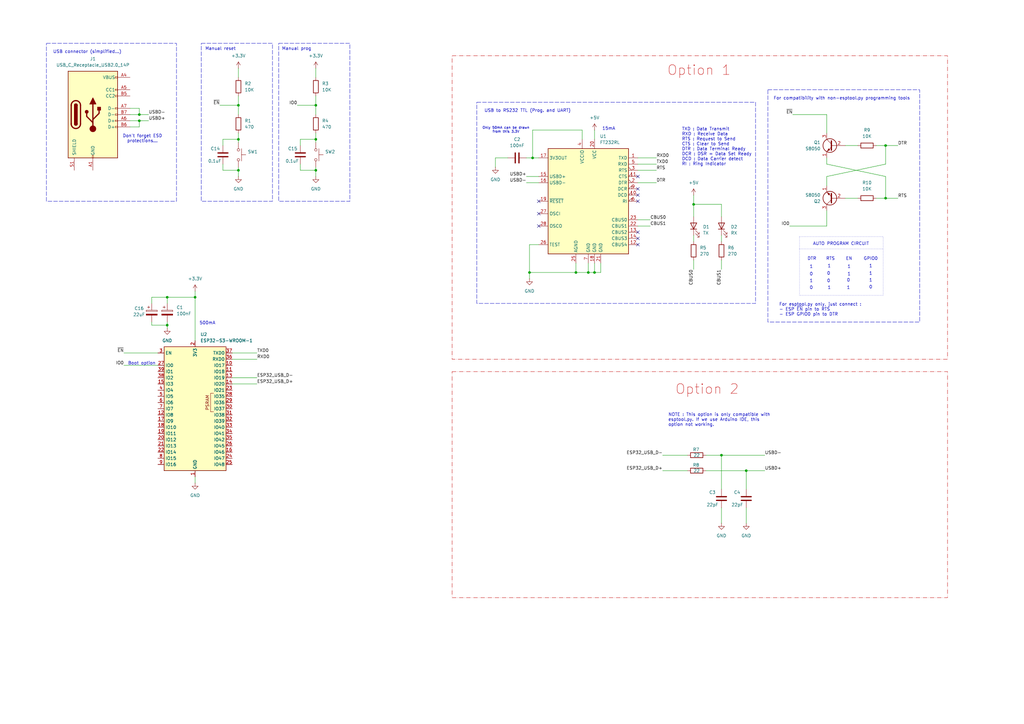
<source format=kicad_sch>
(kicad_sch (version 20231120) (generator "eeschema") (generator_version "8.0")
  (paper "A3")
  (title_block (title "ESP32 USB Programmation") (date "2024-07-21") (rev "1.0") (company "Cool Inc."))
  (lib_symbols
    (symbol "Connector:USB_C_Receptacle_USB2.0_14P" (pin_names (offset 1.016))
      (property "Reference" "J" (at 0 22.225 0))
      (property "Value" "USB_C_Receptacle_USB2.0_14P" (at 0 19.685 0))
      (symbol "USB_C_Receptacle_USB2.0_14P_0_0"
        (rectangle (start -0.254 -17.78) (end 0.254 -16.764))
        (rectangle (start 10.16 -4.826) (end 9.144 -5.334))
        (rectangle (start 10.16 -2.286) (end 9.144 -2.794))
        (rectangle (start 10.16 0.254) (end 9.144 -0.254))
        (rectangle (start 10.16 2.794) (end 9.144 2.286))
        (rectangle (start 10.16 7.874) (end 9.144 7.366))
        (rectangle (start 10.16 10.414) (end 9.144 9.906))
        (rectangle (start 10.16 15.494) (end 9.144 14.986))
      )
      (symbol "USB_C_Receptacle_USB2.0_14P_0_1"
        (rectangle (start -10.16 17.78) (end 10.16 -17.78) (stroke (width 0.254)) (fill (type background)))
        (arc (start -8.89 -3.81) (mid -6.985 -5.7067) (end -5.08 -3.81) (stroke (width 0.508)))
        (arc (start -7.62 -3.81) (mid -6.985 -4.4423) (end -6.35 -3.81) (stroke (width 0.254)))
        (arc (start -7.62 -3.81) (mid -6.985 -4.4423) (end -6.35 -3.81) (stroke (width 0.254)) (fill (type outline)))
        (rectangle (start -7.62 -3.81) (end -6.35 3.81) (stroke (width 0.254)) (fill (type outline)))
        (arc (start -6.35 3.81) (mid -6.985 4.4423) (end -7.62 3.81) (stroke (width 0.254)))
        (arc (start -6.35 3.81) (mid -6.985 4.4423) (end -7.62 3.81) (stroke (width 0.254)) (fill (type outline)))
        (arc (start -5.08 3.81) (mid -6.985 5.7067) (end -8.89 3.81) (stroke (width 0.508)))
        (circle (center -2.54 1.143) (radius 0.635) (stroke (width 0.254)) (fill (type outline)))
        (circle (center 0 -5.842) (radius 1.27) (fill (type outline)))
        (polyline (pts (xy -8.89 -3.81) (xy -8.89 3.81)) (stroke (width 0.508)))
        (polyline (pts (xy -5.08 3.81) (xy -5.08 -3.81)) (stroke (width 0.508)))
        (polyline (pts (xy 0 -5.842) (xy 0 4.318)) (stroke (width 0.508)))
        (polyline (pts (xy 0 -3.302) (xy -2.54 -0.762) (xy -2.54 0.508)) (stroke (width 0.508)))
        (polyline (pts (xy 0 -2.032) (xy 2.54 0.508) (xy 2.54 1.778)) (stroke (width 0.508)))
        (polyline (pts (xy -1.27 4.318) (xy 0 6.858) (xy 1.27 4.318) (xy -1.27 4.318)) (stroke (width 0.254)) (fill (type outline)))
        (rectangle (start 1.905 1.778) (end 3.175 3.048) (stroke (width 0.254)) (fill (type outline)))
      )
      (symbol "USB_C_Receptacle_USB2.0_14P_1_1"
        (pin passive line (at 0 -22.86 90) (length 5.08) (name "GND") (number "A1"))
        (pin passive line (at 0 -22.86 90) (length 5.08) hide (name "GND") (number "A12"))
        (pin passive line (at 15.24 15.24 180) (length 5.08) (name "VBUS") (number "A4"))
        (pin bidirectional line (at 15.24 10.16 180) (length 5.08) (name "CC1") (number "A5"))
        (pin bidirectional line (at 15.24 -2.54 180) (length 5.08) (name "D+") (number "A6"))
        (pin bidirectional line (at 15.24 2.54 180) (length 5.08) (name "D-") (number "A7"))
        (pin passive line (at 15.24 15.24 180) (length 5.08) hide (name "VBUS") (number "A9"))
        (pin passive line (at 0 -22.86 90) (length 5.08) hide (name "GND") (number "B1"))
        (pin passive line (at 0 -22.86 90) (length 5.08) hide (name "GND") (number "B12"))
        (pin passive line (at 15.24 15.24 180) (length 5.08) hide (name "VBUS") (number "B4"))
        (pin bidirectional line (at 15.24 7.62 180) (length 5.08) (name "CC2") (number "B5"))
        (pin bidirectional line (at 15.24 -5.08 180) (length 5.08) (name "D+") (number "B6"))
        (pin bidirectional line (at 15.24 0 180) (length 5.08) (name "D-") (number "B7"))
        (pin passive line (at 15.24 15.24 180) (length 5.08) hide (name "VBUS") (number "B9"))
        (pin passive line (at -7.62 -22.86 90) (length 5.08) (name "SHIELD") (number "S1"))
      )
    )
    (symbol "Device:C" (pin_numbers hide) (pin_names (offset 0.254))
      (property "Reference" "C" (at 0.635 2.54 0))
      (property "Value" "C" (at 0.635 -2.54 0))
      (symbol "C_0_1"
        (polyline (pts (xy -2.032 -0.762) (xy 2.032 -0.762)) (stroke (width 0.508)))
        (polyline (pts (xy -2.032 0.762) (xy 2.032 0.762)) (stroke (width 0.508)))
      )
      (symbol "C_1_1"
        (pin passive line (at 0 3.81 270) (length 2.794) (name "~") (number "1"))
        (pin passive line (at 0 -3.81 90) (length 2.794) (name "~") (number "2"))
      )
    )
    (symbol "Device:C_Polarized" (pin_numbers hide) (pin_names (offset 0.254))
      (property "Reference" "C" (at 0.635 2.54 0))
      (property "Value" "C_Polarized" (at 0.635 -2.54 0))
      (symbol "C_Polarized_0_1"
        (rectangle (start -2.286 0.508) (end 2.286 1.016))
        (polyline (pts (xy -1.778 2.286) (xy -0.762 2.286)))
        (polyline (pts (xy -1.27 2.794) (xy -1.27 1.778)))
        (rectangle (start 2.286 -0.508) (end -2.286 -1.016) (fill (type outline)))
      )
      (symbol "C_Polarized_1_1"
        (pin passive line (at 0 3.81 270) (length 2.794) (name "~") (number "1"))
        (pin passive line (at 0 -3.81 90) (length 2.794) (name "~") (number "2"))
      )
    )
    (symbol "Device:LED" (pin_numbers hide) (pin_names (offset 1.016) hide)
      (property "Reference" "D" (at 0 2.54 0))
      (property "Value" "LED" (at 0 -2.54 0))
      (symbol "LED_0_1"
        (polyline (pts (xy -1.27 -1.27) (xy -1.27 1.27)) (stroke (width 0.254)))
        (polyline (pts (xy -1.27 0) (xy 1.27 0)))
        (polyline (pts (xy 1.27 -1.27) (xy 1.27 1.27) (xy -1.27 0) (xy 1.27 -1.27)) (stroke (width 0.254)))
        (polyline (pts (xy -3.048 -0.762) (xy -4.572 -2.286) (xy -3.81 -2.286) (xy -4.572 -2.286) (xy -4.572 -1.524)))
        (polyline (pts (xy -1.778 -0.762) (xy -3.302 -2.286) (xy -2.54 -2.286) (xy -3.302 -2.286) (xy -3.302 -1.524)))
      )
      (symbol "LED_1_1"
        (pin passive line (at -3.81 0 0) (length 2.54) (name "K") (number "1"))
        (pin passive line (at 3.81 0 180) (length 2.54) (name "A") (number "2"))
      )
    )
    (symbol "Device:R" (pin_numbers hide) (pin_names (offset 0))
      (property "Reference" "R" (at 2.032 0 90))
      (property "Value" "R" (at 0 0 90))
      (symbol "R_0_1"
        (rectangle (start -1.016 -2.54) (end 1.016 2.54) (stroke (width 0.254)))
      )
      (symbol "R_1_1"
        (pin passive line (at 0 3.81 270) (length 1.27) (name "~") (number "1"))
        (pin passive line (at 0 -3.81 90) (length 1.27) (name "~") (number "2"))
      )
    )
    (symbol "Interface_USB:FT232RL"
      (property "Reference" "U" (at -16.51 22.86 0))
      (property "Value" "FT232RL" (at 10.16 22.86 0))
      (symbol "FT232RL_0_1"
        (rectangle (start -16.51 21.59) (end 16.51 -21.59) (stroke (width 0.254)) (fill (type background)))
      )
      (symbol "FT232RL_1_1"
        (pin output line (at 20.32 17.78 180) (length 3.81) (name "TXD") (number "1"))
        (pin input input_low (at 20.32 2.54 180) (length 3.81) (name "DCD") (number "10"))
        (pin input input_low (at 20.32 10.16 180) (length 3.81) (name "CTS") (number "11"))
        (pin bidirectional line (at 20.32 -17.78 180) (length 3.81) (name "CBUS4") (number "12"))
        (pin bidirectional line (at 20.32 -12.7 180) (length 3.81) (name "CBUS2") (number "13"))
        (pin bidirectional line (at 20.32 -15.24 180) (length 3.81) (name "CBUS3") (number "14"))
        (pin bidirectional line (at -20.32 10.16 0) (length 3.81) (name "USBD+") (number "15"))
        (pin bidirectional line (at -20.32 7.62 0) (length 3.81) (name "USBD-") (number "16"))
        (pin power_out line (at -20.32 17.78 0) (length 3.81) (name "3V3OUT") (number "17"))
        (pin power_in line (at 2.54 -25.4 90) (length 3.81) (name "GND") (number "18"))
        (pin input line (at -20.32 0 0) (length 3.81) (name "~{RESET}") (number "19"))
        (pin output output_low (at 20.32 7.62 180) (length 3.81) (name "DTR") (number "2"))
        (pin power_in line (at 2.54 25.4 270) (length 3.81) (name "VCC") (number "20"))
        (pin power_in line (at 5.08 -25.4 90) (length 3.81) (name "GND") (number "21"))
        (pin bidirectional line (at 20.32 -10.16 180) (length 3.81) (name "CBUS1") (number "22"))
        (pin bidirectional line (at 20.32 -7.62 180) (length 3.81) (name "CBUS0") (number "23"))
        (pin power_in line (at -5.08 -25.4 90) (length 3.81) (name "AGND") (number "25"))
        (pin input line (at -20.32 -17.78 0) (length 3.81) (name "TEST") (number "26"))
        (pin input line (at -20.32 -5.08 0) (length 3.81) (name "OSCI") (number "27"))
        (pin output line (at -20.32 -10.16 0) (length 3.81) (name "OSCO") (number "28"))
        (pin output output_low (at 20.32 12.7 180) (length 3.81) (name "RTS") (number "3"))
        (pin power_in line (at -2.54 25.4 270) (length 3.81) (name "VCCIO") (number "4"))
        (pin input line (at 20.32 15.24 180) (length 3.81) (name "RXD") (number "5"))
        (pin input input_low (at 20.32 0 180) (length 3.81) (name "RI") (number "6"))
        (pin power_in line (at 0 -25.4 90) (length 3.81) (name "GND") (number "7"))
        (pin input input_low (at 20.32 5.08 180) (length 3.81) (name "DCR") (number "9"))
      )
    )
    (symbol "RF_Module:ESP32-S3-WROOM-1"
      (property "Reference" "U" (at -12.7 26.67 0))
      (property "Value" "ESP32-S3-WROOM-1" (at 12.7 26.67 0))
      (symbol "ESP32-S3-WROOM-1_0_0"
        (rectangle (start -12.7 25.4) (end 12.7 -25.4) (stroke (width 0.254)) (fill (type background)))
        (text "PSRAM" (at 5.08 2.54 900) (effects (font (size 1.27 1.27))))
      )
      (symbol "ESP32-S3-WROOM-1_0_1"
        (polyline (pts (xy 7.62 -1.27) (xy 6.35 -1.27) (xy 6.35 6.35) (xy 7.62 6.35)))
      )
      (symbol "ESP32-S3-WROOM-1_1_1"
        (pin power_in line (at 0 -27.94 90) (length 2.54) (name "GND") (number "1"))
        (pin bidirectional line (at 15.24 17.78 180) (length 2.54) (name "IO17") (number "10"))
        (pin bidirectional line (at 15.24 15.24 180) (length 2.54) (name "IO18") (number "11"))
        (pin bidirectional line (at -15.24 -2.54 0) (length 2.54) (name "IO8") (number "12"))
        (pin bidirectional line (at 15.24 12.7 180) (length 2.54) (name "IO19") (number "13"))
        (pin bidirectional line (at 15.24 10.16 180) (length 2.54) (name "IO20") (number "14"))
        (pin bidirectional line (at -15.24 10.16 0) (length 2.54) (name "IO3") (number "15"))
        (pin bidirectional line (at 15.24 -17.78 180) (length 2.54) (name "IO46") (number "16"))
        (pin bidirectional line (at -15.24 -5.08 0) (length 2.54) (name "IO9") (number "17"))
        (pin bidirectional line (at -15.24 -7.62 0) (length 2.54) (name "IO10") (number "18"))
        (pin bidirectional line (at -15.24 -10.16 0) (length 2.54) (name "IO11") (number "19"))
        (pin power_in line (at 0 27.94 270) (length 2.54) (name "3V3") (number "2"))
        (pin bidirectional line (at -15.24 -12.7 0) (length 2.54) (name "IO12") (number "20"))
        (pin bidirectional line (at -15.24 -15.24 0) (length 2.54) (name "IO13") (number "21"))
        (pin bidirectional line (at -15.24 -17.78 0) (length 2.54) (name "IO14") (number "22"))
        (pin bidirectional line (at 15.24 7.62 180) (length 2.54) (name "IO21") (number "23"))
        (pin bidirectional line (at 15.24 -20.32 180) (length 2.54) (name "IO47") (number "24"))
        (pin bidirectional line (at 15.24 -22.86 180) (length 2.54) (name "IO48") (number "25"))
        (pin bidirectional line (at 15.24 -15.24 180) (length 2.54) (name "IO45") (number "26"))
        (pin bidirectional line (at -15.24 17.78 0) (length 2.54) (name "IO0") (number "27"))
        (pin bidirectional line (at 15.24 5.08 180) (length 2.54) (name "IO35") (number "28"))
        (pin bidirectional line (at 15.24 2.54 180) (length 2.54) (name "IO36") (number "29"))
        (pin input line (at -15.24 22.86 0) (length 2.54) (name "EN") (number "3"))
        (pin bidirectional line (at 15.24 0 180) (length 2.54) (name "IO37") (number "30"))
        (pin bidirectional line (at 15.24 -2.54 180) (length 2.54) (name "IO38") (number "31"))
        (pin bidirectional line (at 15.24 -5.08 180) (length 2.54) (name "IO39") (number "32"))
        (pin bidirectional line (at 15.24 -7.62 180) (length 2.54) (name "IO40") (number "33"))
        (pin bidirectional line (at 15.24 -10.16 180) (length 2.54) (name "IO41") (number "34"))
        (pin bidirectional line (at 15.24 -12.7 180) (length 2.54) (name "IO42") (number "35"))
        (pin bidirectional line (at 15.24 20.32 180) (length 2.54) (name "RXD0") (number "36"))
        (pin bidirectional line (at 15.24 22.86 180) (length 2.54) (name "TXD0") (number "37"))
        (pin bidirectional line (at -15.24 12.7 0) (length 2.54) (name "IO2") (number "38"))
        (pin bidirectional line (at -15.24 15.24 0) (length 2.54) (name "IO1") (number "39"))
        (pin bidirectional line (at -15.24 7.62 0) (length 2.54) (name "IO4") (number "4"))
        (pin passive line (at 0 -27.94 90) (length 2.54) hide (name "GND") (number "40"))
        (pin passive line (at 0 -27.94 90) (length 2.54) hide (name "GND") (number "41"))
        (pin bidirectional line (at -15.24 5.08 0) (length 2.54) (name "IO5") (number "5"))
        (pin bidirectional line (at -15.24 2.54 0) (length 2.54) (name "IO6") (number "6"))
        (pin bidirectional line (at -15.24 0 0) (length 2.54) (name "IO7") (number "7"))
        (pin bidirectional line (at -15.24 -20.32 0) (length 2.54) (name "IO15") (number "8"))
        (pin bidirectional line (at -15.24 -22.86 0) (length 2.54) (name "IO16") (number "9"))
      )
    )
    (symbol "Switch:SW_Push" (pin_numbers hide) (pin_names (offset 1.016) hide)
      (property "Reference" "SW" (at 1.27 2.54 0))
      (property "Value" "SW_Push" (at 0 -1.524 0))
      (symbol "SW_Push_0_1"
        (circle (center -2.032 0) (radius 0.508))
        (polyline (pts (xy 0 1.27) (xy 0 3.048)))
        (polyline (pts (xy 2.54 1.27) (xy -2.54 1.27)))
        (circle (center 2.032 0) (radius 0.508))
        (pin passive line (at -5.08 0 0) (length 2.54) (name "1") (number "1"))
        (pin passive line (at 5.08 0 180) (length 2.54) (name "2") (number "2"))
      )
    )
    (symbol "Transistor_BJT:S8050" (pin_names (offset 0) hide)
      (property "Reference" "Q" (at 5.08 1.905 0))
      (property "Value" "S8050" (at 5.08 0 0))
      (symbol "S8050_0_1"
        (polyline (pts (xy 0 0) (xy 0.635 0)))
        (polyline (pts (xy 0.635 0.635) (xy 2.54 2.54)))
        (polyline (pts (xy 0.635 -0.635) (xy 2.54 -2.54) (xy 2.54 -2.54)))
        (polyline (pts (xy 0.635 1.905) (xy 0.635 -1.905) (xy 0.635 -1.905)) (stroke (width 0.508)))
        (polyline (pts (xy 1.27 -1.778) (xy 1.778 -1.27) (xy 2.286 -2.286) (xy 1.27 -1.778) (xy 1.27 -1.778)) (fill (type outline)))
        (circle (center 1.27 0) (radius 2.8194) (stroke (width 0.254)))
      )
      (symbol "S8050_1_1"
        (pin passive line (at 2.54 -5.08 90) (length 2.54) (name "E") (number "1"))
        (pin input line (at -5.08 0 0) (length 5.08) (name "B") (number "2"))
        (pin passive line (at 2.54 5.08 270) (length 2.54) (name "C") (number "3"))
      )
    )
    (symbol "power:+3.3V" (power) (pin_numbers hide) (pin_names (offset 0) hide)
      (property "Value" "+3.3V" (at 0 3.556 0))
      (symbol "+3.3V_0_1"
        (polyline (pts (xy -0.762 1.27) (xy 0 2.54)))
        (polyline (pts (xy 0 0) (xy 0 2.54)))
        (polyline (pts (xy 0 2.54) (xy 0.762 1.27)))
      )
      (symbol "+3.3V_1_1"
        (pin power_in line (at 0 0 90) (length 0) (name "~") (number "1"))
      )
    )
    (symbol "power:+5V" (power) (pin_numbers hide) (pin_names (offset 0) hide)
      (property "Value" "+5V" (at 0 3.556 0))
      (symbol "+5V_0_1"
        (polyline (pts (xy -0.762 1.27) (xy 0 2.54)))
        (polyline (pts (xy 0 0) (xy 0 2.54)))
        (polyline (pts (xy 0 2.54) (xy 0.762 1.27)))
      )
      (symbol "+5V_1_1"
        (pin power_in line (at 0 0 90) (length 0) (name "~") (number "1"))
      )
    )
    (symbol "power:GND" (power) (pin_numbers hide) (pin_names (offset 0) hide)
      (property "Value" "GND" (at 0 -3.81 0))
      (symbol "GND_0_1"
        (polyline (pts (xy 0 0) (xy 0 -1.27) (xy 1.27 -1.27) (xy 0 -2.54) (xy -1.27 -1.27) (xy 0 -1.27)))
      )
      (symbol "GND_1_1"
        (pin power_in line (at 0 0 270) (length 0) (name "~") (number "1"))
      )
    )
  )
  (junction (at 129.54 57.15))
  (junction (at 218.44 64.77))
  (junction (at 306.07 193.04))
  (junction (at 97.79 43.18))
  (junction (at 236.22 111.76))
  (junction (at 363.22 59.69))
  (junction (at 57.15 46.99))
  (junction (at 243.84 111.76))
  (junction (at 284.48 83.82))
  (junction (at 129.54 69.85))
  (junction (at 295.91 186.69))
  (junction (at 68.58 121.92))
  (junction (at 217.17 111.76))
  (junction (at 97.79 69.85))
  (junction (at 68.58 133.35))
  (junction (at 80.01 121.92))
  (junction (at 363.22 81.28))
  (junction (at 97.79 57.15))
  (junction (at 241.3 111.76))
  (junction (at 57.15 49.53))
  (junction (at 129.54 43.18))
  (no_connect (at 220.98 92.71))
  (no_connect (at 261.62 77.47))
  (no_connect (at 261.62 95.25))
  (no_connect (at 261.62 80.01))
  (no_connect (at 261.62 97.79))
  (no_connect (at 220.98 82.55))
  (no_connect (at 261.62 82.55))
  (no_connect (at 220.98 87.63))
  (no_connect (at 261.62 100.33))
  (no_connect (at 261.62 72.39))
  (wire (pts (xy 129.54 39.37) (xy 129.54 43.18)))
  (wire (pts (xy 243.84 53.34) (xy 243.84 57.15)))
  (wire (pts (xy 218.44 64.77) (xy 220.98 64.77)))
  (wire (pts (xy 289.56 193.04) (xy 306.07 193.04)))
  (wire (pts (xy 97.79 68.58) (xy 97.79 69.85)))
  (wire (pts (xy 261.62 90.17) (xy 266.7 90.17)))
  (wire (pts (xy 325.12 46.99) (xy 339.09 46.99)))
  (wire (pts (xy 97.79 27.94) (xy 97.79 31.75)))
  (wire (pts (xy 284.48 83.82) (xy 284.48 88.9)))
  (wire (pts (xy 346.71 59.69) (xy 351.79 59.69)))
  (wire (pts (xy 295.91 88.9) (xy 295.91 83.82)))
  (wire (pts (xy 295.91 208.28) (xy 295.91 214.63)))
  (wire (pts (xy 359.41 59.69) (xy 363.22 59.69)))
  (wire (pts (xy 243.84 107.95) (xy 243.84 111.76)))
  (wire (pts (xy 68.58 133.35) (xy 68.58 134.62)))
  (wire (pts (xy 97.79 39.37) (xy 97.79 43.18)))
  (wire (pts (xy 284.48 80.01) (xy 284.48 83.82)))
  (wire (pts (xy 91.44 69.85) (xy 97.79 69.85)))
  (wire (pts (xy 261.62 67.31) (xy 269.24 67.31)))
  (wire (pts (xy 323.85 92.71) (xy 339.09 92.71)))
  (wire (pts (xy 246.38 107.95) (xy 246.38 111.76)))
  (wire (pts (xy 90.17 43.18) (xy 97.79 43.18)))
  (wire (pts (xy 57.15 49.53) (xy 60.96 49.53)))
  (wire (pts (xy 53.34 46.99) (xy 57.15 46.99)))
  (wire (pts (xy 80.01 119.38) (xy 80.01 121.92)))
  (wire (pts (xy 363.22 72.39) (xy 363.22 81.28)))
  (wire (pts (xy 306.07 208.28) (xy 306.07 214.63)))
  (wire (pts (xy 295.91 83.82) (xy 284.48 83.82)))
  (wire (pts (xy 91.44 59.69) (xy 91.44 57.15)))
  (wire (pts (xy 57.15 44.45) (xy 57.15 46.99)))
  (wire (pts (xy 129.54 27.94) (xy 129.54 31.75)))
  (wire (pts (xy 95.25 147.32) (xy 105.41 147.32)))
  (wire (pts (xy 62.23 124.46) (xy 62.23 121.92)))
  (wire (pts (xy 53.34 44.45) (xy 57.15 44.45)))
  (wire (pts (xy 306.07 193.04) (xy 313.69 193.04)))
  (wire (pts (xy 129.54 43.18) (xy 129.54 46.99)))
  (wire (pts (xy 95.25 144.78) (xy 105.41 144.78)))
  (wire (pts (xy 241.3 111.76) (xy 236.22 111.76)))
  (wire (pts (xy 123.19 67.31) (xy 123.19 69.85)))
  (wire (pts (xy 339.09 92.71) (xy 339.09 86.36)))
  (wire (pts (xy 215.9 64.77) (xy 218.44 64.77)))
  (wire (pts (xy 261.62 74.93) (xy 269.24 74.93)))
  (wire (pts (xy 289.56 186.69) (xy 295.91 186.69)))
  (wire (pts (xy 217.17 111.76) (xy 217.17 114.3)))
  (wire (pts (xy 97.79 57.15) (xy 97.79 58.42)))
  (wire (pts (xy 62.23 133.35) (xy 68.58 133.35)))
  (wire (pts (xy 363.22 59.69) (xy 368.3 59.69)))
  (wire (pts (xy 359.41 81.28) (xy 363.22 81.28)))
  (wire (pts (xy 53.34 52.07) (xy 57.15 52.07)))
  (wire (pts (xy 339.09 46.99) (xy 339.09 54.61)))
  (wire (pts (xy 339.09 76.2) (xy 339.09 72.39)))
  (wire (pts (xy 95.25 154.94) (xy 105.41 154.94)))
  (wire (pts (xy 62.23 121.92) (xy 68.58 121.92)))
  (wire (pts (xy 50.8 149.86) (xy 64.77 149.86)))
  (wire (pts (xy 238.76 53.34) (xy 218.44 53.34)))
  (wire (pts (xy 57.15 46.99) (xy 60.96 46.99)))
  (wire (pts (xy 217.17 100.33) (xy 217.17 111.76)))
  (wire (pts (xy 261.62 69.85) (xy 269.24 69.85)))
  (wire (pts (xy 363.22 81.28) (xy 368.3 81.28)))
  (wire (pts (xy 363.22 67.31) (xy 363.22 59.69)))
  (wire (pts (xy 215.9 72.39) (xy 220.98 72.39)))
  (wire (pts (xy 284.48 106.68) (xy 284.48 110.49)))
  (wire (pts (xy 271.78 193.04) (xy 281.94 193.04)))
  (wire (pts (xy 346.71 81.28) (xy 351.79 81.28)))
  (wire (pts (xy 243.84 111.76) (xy 241.3 111.76)))
  (wire (pts (xy 271.78 186.69) (xy 281.94 186.69)))
  (wire (pts (xy 95.25 157.48) (xy 105.41 157.48)))
  (wire (pts (xy 68.58 132.08) (xy 68.58 133.35)))
  (wire (pts (xy 129.54 57.15) (xy 129.54 58.42)))
  (wire (pts (xy 50.8 144.78) (xy 64.77 144.78)))
  (wire (pts (xy 123.19 69.85) (xy 129.54 69.85)))
  (wire (pts (xy 97.79 43.18) (xy 97.79 46.99)))
  (wire (pts (xy 284.48 96.52) (xy 284.48 99.06)))
  (wire (pts (xy 295.91 96.52) (xy 295.91 99.06)))
  (wire (pts (xy 220.98 100.33) (xy 217.17 100.33)))
  (wire (pts (xy 295.91 186.69) (xy 295.91 200.66)))
  (wire (pts (xy 123.19 59.69) (xy 123.19 57.15)))
  (wire (pts (xy 238.76 53.34) (xy 238.76 57.15)))
  (wire (pts (xy 91.44 57.15) (xy 97.79 57.15)))
  (wire (pts (xy 97.79 54.61) (xy 97.79 57.15)))
  (wire (pts (xy 339.09 67.31) (xy 363.22 72.39)))
  (wire (pts (xy 261.62 64.77) (xy 269.24 64.77)))
  (wire (pts (xy 306.07 193.04) (xy 306.07 200.66)))
  (polyline (pts (xy 327.914 102.108) (xy 362.204 102.108)) (stroke (width 0) (type dot)))
  (wire (pts (xy 203.2 64.77) (xy 203.2 68.58)))
  (wire (pts (xy 80.01 121.92) (xy 80.01 139.7)))
  (wire (pts (xy 295.91 186.69) (xy 313.69 186.69)))
  (wire (pts (xy 62.23 132.08) (xy 62.23 133.35)))
  (wire (pts (xy 295.91 106.68) (xy 295.91 110.49)))
  (wire (pts (xy 91.44 67.31) (xy 91.44 69.85)))
  (wire (pts (xy 208.28 64.77) (xy 203.2 64.77)))
  (wire (pts (xy 218.44 53.34) (xy 218.44 64.77)))
  (wire (pts (xy 236.22 107.95) (xy 236.22 111.76)))
  (wire (pts (xy 339.09 72.39) (xy 363.22 67.31)))
  (wire (pts (xy 68.58 124.46) (xy 68.58 121.92)))
  (wire (pts (xy 129.54 54.61) (xy 129.54 57.15)))
  (wire (pts (xy 57.15 52.07) (xy 57.15 49.53)))
  (wire (pts (xy 246.38 111.76) (xy 243.84 111.76)))
  (wire (pts (xy 68.58 121.92) (xy 80.01 121.92)))
  (wire (pts (xy 129.54 68.58) (xy 129.54 69.85)))
  (wire (pts (xy 241.3 107.95) (xy 241.3 111.76)))
  (wire (pts (xy 215.9 74.93) (xy 220.98 74.93)))
  (wire (pts (xy 129.54 69.85) (xy 129.54 72.39)))
  (wire (pts (xy 53.34 49.53) (xy 57.15 49.53)))
  (wire (pts (xy 121.92 43.18) (xy 129.54 43.18)))
  (wire (pts (xy 123.19 57.15) (xy 129.54 57.15)))
  (wire (pts (xy 261.62 92.71) (xy 266.7 92.71)))
  (wire (pts (xy 80.01 195.58) (xy 80.01 198.12)))
  (wire (pts (xy 236.22 111.76) (xy 217.17 111.76)))
  (wire (pts (xy 97.79 69.85) (xy 97.79 72.39)))
  (wire (pts (xy 339.09 64.77) (xy 339.09 67.31)))
  (rectangle (start 185.42 22.86) (end 388.62 147.32) (stroke (width 0) (type dash_dot) (color 194 0 0 1)))
  (rectangle (start 314.96 36.83) (end 377.19 132.08) (stroke (width 0) (type dash)))
  (rectangle (start 195.58 41.91) (end 309.88 124.46) (stroke (width 0) (type dash)))
  (rectangle (start 185.42 152.4) (end 388.62 245.11) (stroke (width 0) (type dash_dot) (color 194 0 0 1)))
  (rectangle (start 327.914 97.028) (end 362.204 121.158) (stroke (width 0) (type dot)))
  (rectangle (start 19.05 17.78) (end 72.39 82.55) (stroke (width 0) (type dash)))
  (rectangle (start 114.3 17.78) (end 143.51 82.55) (stroke (width 0) (type dash)))
  (rectangle (start 82.55 17.78) (end 111.76 82.55) (stroke (width 0) (type dash)))
  (text "1" (at 357.124 112.268 0) (effects (font (size 1.27 1.27))))
  (text "NOTE : This option is only compatible with\nesptool.py. If we use Arduino IDE, this\noption not working." (at 274.066 172.212 0) (effects (font (size 1.27 1.27)) (justify left)))
  (text "Only 50mA can be drawn\nfrom this 3.3V" (at 207.518 53.34 0) (effects (font (size 1 1))))
  (text "0" (at 332.74 118.11 0) (effects (font (size 1.27 1.27))))
  (text "Boot option" (at 58.166 149.098 0) (effects (font (size 1.27 1.27))))
  (text "0" (at 339.852 112.268 0) (effects (font (size 1.27 1.27))))
  (text "1" (at 332.74 115.316 0) (effects (font (size 1.27 1.27))))
  (text "0" (at 347.98 115.062 0) (effects (font (size 1.27 1.27))))
  (text "For esptool.py only, just connect :\n- ESP ~{EN} pin to RTS\n- ESP GPIO0 pin to DTR" (at 319.532 127 0) (effects (font (size 1.27 1.27)) (justify left)))
  (text "Manual prog" (at 121.666 20.066 0) (effects (font (size 1.27 1.27))))
  (text "DTR" (at 332.994 106.172 0) (effects (font (size 1.27 1.27))))
  (text "1" (at 357.124 115.062 0) (effects (font (size 1.27 1.27))))
  (text "RTS" (at 340.614 106.172 0) (effects (font (size 1.27 1.27))))
  (text "Don't forget ESD\nprotections..." (at 58.42 56.896 0) (effects (font (size 1.27 1.27))))
  (text "1" (at 340.106 118.11 0) (effects (font (size 1.27 1.27))))
  (text "USB to RS232 TTL (Prog. and UART)" (at 198.628 45.466 0) (effects (font (size 1.27 1.27)) (justify left)))
  (text "1" (at 347.98 118.11 0) (effects (font (size 1.27 1.27))))
  (text "15mA" (at 249.682 52.832 0) (effects (font (size 1.27 1.27))))
  (text "0" (at 357.124 117.856 0) (effects (font (size 1.27 1.27))))
  (text "1" (at 357.124 109.22 0) (effects (font (size 1.27 1.27))))
  (text "Option 2" (at 276.86 159.766 0) (effects (font (size 4 4)) (justify left)))
  (text "AUTO PROGRAM CIRCUIT" (at 344.932 100.076 0) (effects (font (size 1.27 1.27))))
  (text "EN" (at 348.234 106.172 0) (effects (font (size 1.27 1.27))))
  (text "Option 1" (at 273.558 28.956 0) (effects (font (size 4 4)) (justify left)))
  (text "1" (at 348.234 112.522 0) (effects (font (size 1.27 1.27))))
  (text "0" (at 339.852 115.316 0) (effects (font (size 1.27 1.27))))
  (text "1" (at 340.106 109.22 0) (effects (font (size 1.27 1.27))))
  (text "TXD : Data Transmit\nRXD : Receive Data\nRTS : Request to Send\nCTS : Clear to Send\nDTR : Data Terminal Ready\nDCR : DSR = Data Set Ready\nDCD : Data Carrier detect\nRI : Ring Indicator" (at 279.654 60.198 0) (effects (font (size 1.27 1.27)) (justify left)))
  (text "500mA" (at 85.09 132.588 0) (effects (font (size 1.27 1.27))))
  (text "1" (at 348.234 109.474 0) (effects (font (size 1.27 1.27))))
  (text "0" (at 332.74 112.522 0) (effects (font (size 1.27 1.27))))
  (text "GPIO0" (at 357.124 106.172 0) (effects (font (size 1.27 1.27))))
  (text "For compatibility with non-esptool.py programming tools" (at 317.246 40.386 0) (effects (font (size 1.27 1.27)) (justify left)))
  (text "Manual reset" (at 90.424 20.066 0) (effects (font (size 1.27 1.27))))
  (text "USB connector (simplified...)" (at 35.814 21.336 0) (effects (font (size 1.27 1.27))))
  (text "1" (at 332.74 109.474 0) (effects (font (size 1.27 1.27))))
  (label "USBD+" (at 215.9 72.39 180))
  (label "RTS" (at 269.24 69.85 0))
  (label "DTR" (at 269.24 74.93 0))
  (label "CBUS1" (at 266.7 92.71 0))
  (label "IO0" (at 323.85 92.71 180))
  (label "TXD0" (at 269.24 67.31 0))
  (label "CBUS0" (at 266.7 90.17 0))
  (label "ESP32_USB_D-" (at 105.41 154.94 0))
  (label "CBUS0" (at 284.48 110.49 270))
  (label "USBD-" (at 60.96 46.99 0))
  (label "DTR" (at 368.3 59.69 0))
  (label "RTS" (at 368.3 81.28 0))
  (label "IO0" (at 50.8 149.86 180))
  (label "~{EN}" (at 325.12 46.99 180))
  (label "USBD+" (at 60.96 49.53 0))
  (label "IO0" (at 121.92 43.18 180))
  (label "ESP32_USB_D+" (at 271.78 193.04 180))
  (label "USBD-" (at 313.69 186.69 0))
  (label "CBUS1" (at 295.91 110.49 270))
  (label "RXD0" (at 269.24 64.77 0))
  (label "ESP32_USB_D+" (at 105.41 157.48 0))
  (label "RXD0" (at 105.41 147.32 0))
  (label "USBD+" (at 313.69 193.04 0))
  (label "USBD-" (at 215.9 74.93 180))
  (label "ESP32_USB_D-" (at 271.78 186.69 180))
  (label "TXD0" (at 105.41 144.78 0))
  (label "~{EN}" (at 90.17 43.18 180))
  (label "~{EN}" (at 50.8 144.78 180))
  (symbol (lib_id "power:GND") (at 217.17 114.3 0) (unit 1)
    (property "Reference" "#PWR09" (effects (hide yes)))
    (property "Value" "GND" (at 217.17 119.38 0))
    (property "Description" "Power symbol creates a global label with name \"GND\" , ground" (effects (hide yes)))
  )
  (symbol (lib_id "Device:R") (at 284.48 102.87 0) (unit 1)
    (property "Reference" "R5" (at 287.02 101.5999 0) (effects (justify left)))
    (property "Value" "270" (at 287.02 104.1399 0) (effects (justify left)))
    (property "Description" "Resistor" (effects (hide yes)))
  )
  (symbol (lib_id "Device:R") (at 129.54 50.8 0) (unit 1)
    (property "Reference" "R4" (at 132.08 49.5299 0) (effects (justify left)))
    (property "Value" "470" (at 132.08 52.0699 0) (effects (justify left)))
    (property "Description" "Resistor" (effects (hide yes)))
  )
  (symbol (lib_id "power:GND") (at 68.58 134.62 0) (unit 1)
    (property "Reference" "#PWR07" (effects (hide yes)))
    (property "Value" "GND" (at 68.58 139.7 0))
    (property "Description" "Power symbol creates a global label with name \"GND\" , ground" (effects (hide yes)))
  )
  (symbol (lib_id "power:GND") (at 129.54 72.39 0) (unit 1)
    (property "Reference" "#PWR06" (effects (hide yes)))
    (property "Value" "GND" (at 129.54 77.47 0))
    (property "Description" "Power symbol creates a global label with name \"GND\" , ground" (effects (hide yes)))
  )
  (symbol (lib_id "Interface_USB:FT232RL") (at 241.3 82.55 0) (unit 1)
    (property "Reference" "U1" (at 246.0341 55.88 0) (effects (justify left)))
    (property "Value" "FT232RL" (at 246.0341 58.42 0) (effects (justify left)))
    (property "Footprint" "Package_SO:SSOP-28_5.3x10.2mm_P0.65mm" (effects (hide yes)))
    (property "Datasheet" "https://www.ftdichip.com/Support/Documents/DataSheets/ICs/DS_FT232R.pdf" (effects (hide yes)))
    (property "Description" "USB to Serial Interface, SSOP-28" (effects (hide yes)))
  )
  (symbol (lib_id "Device:C") (at 123.19 63.5 180) (unit 1)
    (property "Reference" "C15" (at 118.11 60.96 0) (effects (justify right)))
    (property "Value" "0.1uF" (at 117.094 66.04 0) (effects (justify right)))
    (property "Description" "Unpolarized capacitor" (effects (hide yes)))
  )
  (symbol (lib_id "Transistor_BJT:S8050") (at 341.63 81.28 180) (unit 1)
    (property "Reference" "Q2" (at 336.55 82.5501 0) (effects (justify left)))
    (property "Value" "S8050" (at 336.55 80.0101 0) (effects (justify left)))
    (property "Footprint" "Package_TO_SOT_THT:TO-92_Inline" (effects (hide yes)))
    (property "Datasheet" "http://www.unisonic.com.tw/datasheet/S8050.pdf" (effects (hide yes)))
    (property "Description" "0.7A Ic, 20V Vce, Low Voltage High Current NPN Transistor, TO-92" (effects (hide yes)))
  )
  (symbol (lib_id "power:GND") (at 306.07 214.63 0) (unit 1)
    (property "Reference" "#PWR013" (effects (hide yes)))
    (property "Value" "GND" (at 306.07 219.71 0))
    (property "Description" "Power symbol creates a global label with name \"GND\" , ground" (effects (hide yes)))
  )
  (symbol (lib_id "power:+5V") (at 243.84 53.34 0) (unit 1)
    (property "Reference" "#PWR08" (effects (hide yes)))
    (property "Value" "+5V" (at 243.84 48.26 0))
    (property "Description" "Power symbol creates a global label with name \"+5V\"" (effects (hide yes)))
  )
  (symbol (lib_id "power:+3.3V") (at 97.79 27.94 0) (unit 1)
    (property "Reference" "#PWR04" (effects (hide yes)))
    (property "Value" "+3.3V" (at 97.79 22.86 0))
    (property "Description" "Power symbol creates a global label with name \"+3.3V\"" (effects (hide yes)))
  )
  (symbol (lib_id "Device:R") (at 355.6 81.28 90) (unit 1)
    (property "Reference" "R10" (at 355.6 74.93 90))
    (property "Value" "10K" (at 355.6 77.47 90))
    (property "Description" "Resistor" (effects (hide yes)))
  )
  (symbol (lib_id "Device:R") (at 129.54 35.56 0) (unit 1)
    (property "Reference" "R3" (at 132.08 34.2899 0) (effects (justify left)))
    (property "Value" "10K" (at 132.08 36.8299 0) (effects (justify left)))
    (property "Description" "Resistor" (effects (hide yes)))
  )
  (symbol (lib_id "Device:C") (at 212.09 64.77 90) (unit 1)
    (property "Reference" "C2" (at 212.09 57.15 90))
    (property "Value" "100nF" (at 212.09 59.69 90))
    (property "Description" "Unpolarized capacitor" (effects (hide yes)))
  )
  (symbol (lib_id "Device:C_Polarized") (at 62.23 128.27 0) (unit 1)
    (property "Reference" "C16" (at 55.118 126.492 0) (effects (justify left)))
    (property "Value" "22uF" (at 54.61 129.032 0) (effects (justify left)))
    (property "Description" "Polarized capacitor" (effects (hide yes)))
  )
  (symbol (lib_id "power:+3.3V") (at 129.54 27.94 0) (unit 1)
    (property "Reference" "#PWR05" (effects (hide yes)))
    (property "Value" "+3.3V" (at 129.54 22.86 0))
    (property "Description" "Power symbol creates a global label with name \"+3.3V\"" (effects (hide yes)))
  )
  (symbol (lib_id "Device:R") (at 285.75 193.04 270) (unit 1)
    (property "Reference" "R8" (at 285.496 190.754 90))
    (property "Value" "22" (at 285.75 193.04 90))
    (property "Description" "Resistor" (effects (hide yes)))
  )
  (symbol (lib_id "Device:LED") (at 284.48 92.71 90) (unit 1)
    (property "Reference" "D1" (at 288.29 93.0274 90) (effects (justify right)))
    (property "Value" "TX" (at 288.29 95.5674 90) (effects (justify right)))
    (property "Description" "Light emitting diode" (effects (hide yes)))
  )
  (symbol (lib_id "RF_Module:ESP32-S3-WROOM-1") (at 80.01 167.64 0) (unit 1)
    (property "Reference" "U2" (at 82.2041 137.16 0) (effects (justify left)))
    (property "Value" "ESP32-S3-WROOM-1" (at 82.2041 139.7 0) (effects (justify left)))
    (property "Footprint" "RF_Module:ESP32-S3-WROOM-1" (effects (hide yes)))
    (property "Datasheet" "https://www.espressif.com/sites/default/files/documentation/esp32-s3-wroom-1_wroom-1u_datasheet_en.pdf" (effects (hide yes)))
    (property "Description" "RF Module, ESP32-S3 SoC, Wi-Fi 802.11b/g/n, Bluetooth, BLE, 32-bit, 3.3V, onboard antenna, SMD" (effects (hide yes)))
  )
  (symbol (lib_id "Transistor_BJT:S8050") (at 341.63 59.69 0) (mirror y) (unit 1)
    (property "Reference" "Q1" (at 336.55 58.4199 0) (effects (justify left)))
    (property "Value" "S8050" (at 336.55 60.9599 0) (effects (justify left)))
    (property "Footprint" "Package_TO_SOT_THT:TO-92_Inline" (effects (hide yes)))
    (property "Datasheet" "http://www.unisonic.com.tw/datasheet/S8050.pdf" (effects (hide yes)))
    (property "Description" "0.7A Ic, 20V Vce, Low Voltage High Current NPN Transistor, TO-92" (effects (hide yes)))
  )
  (symbol (lib_id "Connector:USB_C_Receptacle_USB2.0_14P") (at 38.1 46.99 0) (unit 1)
    (property "Reference" "J1" (at 38.1 24.13 0))
    (property "Value" "USB_C_Receptacle_USB2.0_14P" (at 38.1 26.67 0))
    (property "Datasheet" "https://www.usb.org/sites/default/files/documents/usb_type-c.zip" (effects (hide yes)))
    (property "Description" "USB 2.0-only 14P Type-C Receptacle connector" (effects (hide yes)))
  )
  (symbol (lib_id "Switch:SW_Push") (at 97.79 63.5 270) (unit 1)
    (property "Reference" "SW1" (at 101.6 62.2299 90) (effects (justify left)))
    (property "Value" "SW_Push" (effects (hide yes)))
    (property "Description" "Push button switch, generic, two pins" (effects (hide yes)))
  )
  (symbol (lib_id "power:GND") (at 97.79 72.39 0) (unit 1)
    (property "Reference" "#PWR03" (effects (hide yes)))
    (property "Value" "GND" (at 97.79 77.47 0))
    (property "Description" "Power symbol creates a global label with name \"GND\" , ground" (effects (hide yes)))
  )
  (symbol (lib_id "Device:C_Polarized") (at 68.58 128.27 0) (unit 1)
    (property "Reference" "C1" (at 72.39 126.1109 0) (effects (justify left)))
    (property "Value" "100nF" (at 72.39 128.6509 0) (effects (justify left)))
    (property "Description" "Polarized capacitor" (effects (hide yes)))
  )
  (symbol (lib_id "Device:R") (at 295.91 102.87 0) (unit 1)
    (property "Reference" "R6" (at 298.45 101.5999 0) (effects (justify left)))
    (property "Value" "270" (at 298.45 104.1399 0) (effects (justify left)))
    (property "Description" "Resistor" (effects (hide yes)))
  )
  (symbol (lib_id "Device:R") (at 285.75 186.69 270) (unit 1)
    (property "Reference" "R7" (at 285.496 184.404 90))
    (property "Value" "22" (at 285.75 186.69 90))
    (property "Description" "Resistor" (effects (hide yes)))
  )
  (symbol (lib_id "power:GND") (at 80.01 198.12 0) (unit 1)
    (property "Reference" "#PWR02" (effects (hide yes)))
    (property "Value" "GND" (at 80.01 203.2 0))
    (property "Description" "Power symbol creates a global label with name \"GND\" , ground" (effects (hide yes)))
  )
  (symbol (lib_id "Device:R") (at 97.79 35.56 0) (unit 1)
    (property "Reference" "R2" (at 100.33 34.2899 0) (effects (justify left)))
    (property "Value" "10K" (at 100.33 36.8299 0) (effects (justify left)))
    (property "Description" "Resistor" (effects (hide yes)))
  )
  (symbol (lib_id "power:GND") (at 295.91 214.63 0) (unit 1)
    (property "Reference" "#PWR012" (effects (hide yes)))
    (property "Value" "GND" (at 295.91 219.71 0))
    (property "Description" "Power symbol creates a global label with name \"GND\" , ground" (effects (hide yes)))
  )
  (symbol (lib_id "Device:C") (at 306.07 204.47 180) (unit 1)
    (property "Reference" "C4" (at 300.99 201.93 0) (effects (justify right)))
    (property "Value" "22pF" (at 299.974 207.01 0) (effects (justify right)))
    (property "Description" "Unpolarized capacitor" (effects (hide yes)))
  )
  (symbol (lib_id "Device:R") (at 355.6 59.69 90) (unit 1)
    (property "Reference" "R9" (at 355.6 53.34 90))
    (property "Value" "10K" (at 355.6 55.88 90))
    (property "Description" "Resistor" (effects (hide yes)))
  )
  (symbol (lib_id "Switch:SW_Push") (at 129.54 63.5 270) (unit 1)
    (property "Reference" "SW2" (at 133.35 62.2299 90) (effects (justify left)))
    (property "Value" "SW_Push" (effects (hide yes)))
    (property "Description" "Push button switch, generic, two pins" (effects (hide yes)))
  )
  (symbol (lib_id "Device:C") (at 91.44 63.5 180) (unit 1)
    (property "Reference" "C14" (at 86.36 60.96 0) (effects (justify right)))
    (property "Value" "0.1uF" (at 85.344 66.04 0) (effects (justify right)))
    (property "Description" "Unpolarized capacitor" (effects (hide yes)))
  )
  (symbol (lib_id "power:+5V") (at 284.48 80.01 0) (unit 1)
    (property "Reference" "#PWR010" (effects (hide yes)))
    (property "Value" "+5V" (at 284.48 74.93 0))
    (property "Description" "Power symbol creates a global label with name \"+5V\"" (effects (hide yes)))
  )
  (symbol (lib_id "power:GND") (at 203.2 68.58 0) (unit 1)
    (property "Reference" "#PWR011" (effects (hide yes)))
    (property "Value" "GND" (at 203.2 73.66 0))
    (property "Description" "Power symbol creates a global label with name \"GND\" , ground" (effects (hide yes)))
  )
  (symbol (lib_id "Device:C") (at 295.91 204.47 180) (unit 1)
    (property "Reference" "C3" (at 290.83 201.93 0) (effects (justify right)))
    (property "Value" "22pF" (at 289.814 207.01 0) (effects (justify right)))
    (property "Description" "Unpolarized capacitor" (effects (hide yes)))
  )
  (symbol (lib_id "power:+3.3V") (at 80.01 119.38 0) (unit 1)
    (property "Reference" "#PWR01" (effects (hide yes)))
    (property "Value" "+3.3V" (at 80.01 114.3 0))
    (property "Description" "Power symbol creates a global label with name \"+3.3V\"" (effects (hide yes)))
  )
  (symbol (lib_id "Device:LED") (at 295.91 92.71 90) (unit 1)
    (property "Reference" "D2" (at 299.72 93.0274 90) (effects (justify right)))
    (property "Value" "RX" (at 299.72 95.5674 90) (effects (justify right)))
    (property "Description" "Light emitting diode" (effects (hide yes)))
  )
  (symbol (lib_id "Device:R") (at 97.79 50.8 0) (unit 1)
    (property "Reference" "R1" (at 100.33 49.5299 0) (effects (justify left)))
    (property "Value" "470" (at 100.33 52.0699 0) (effects (justify left)))
    (property "Description" "Resistor" (effects (hide yes)))
  )
)
</source>
